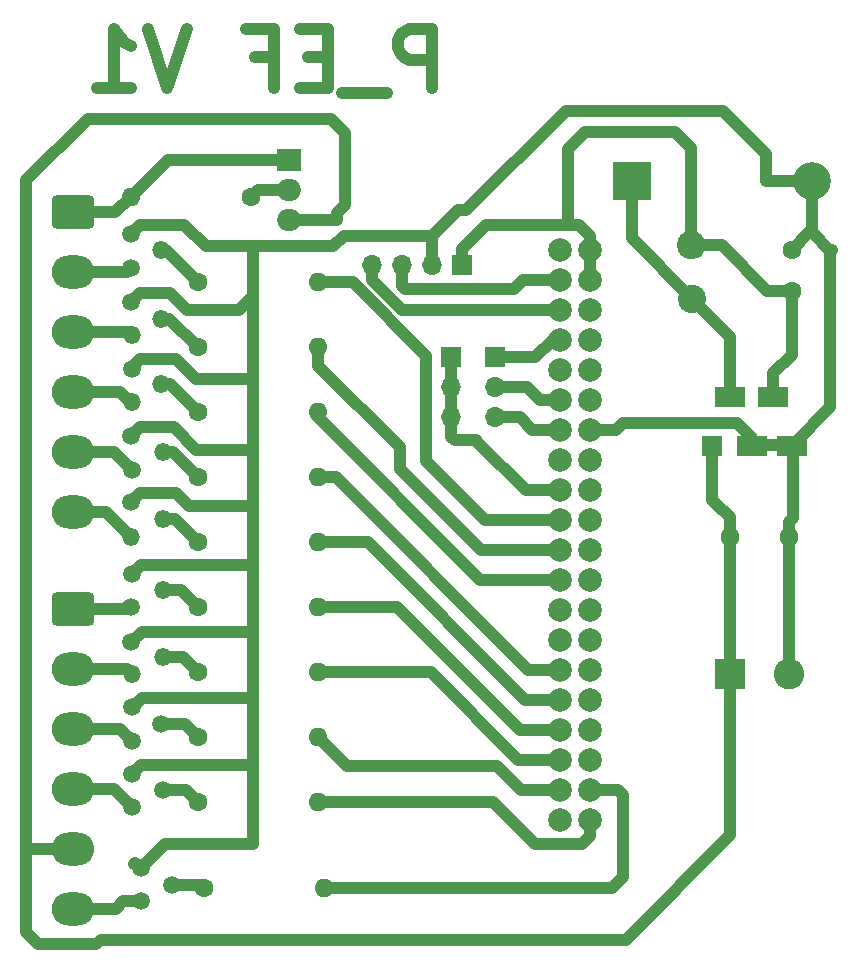
<source format=gbr>
%TF.GenerationSoftware,KiCad,Pcbnew,6.0.5-a6ca702e91~116~ubuntu20.04.1*%
%TF.CreationDate,2022-09-12T10:32:14-03:00*%
%TF.ProjectId,PEF,5045462e-6b69-4636-9164-5f7063625858,rev?*%
%TF.SameCoordinates,Original*%
%TF.FileFunction,Copper,L2,Bot*%
%TF.FilePolarity,Positive*%
%FSLAX46Y46*%
G04 Gerber Fmt 4.6, Leading zero omitted, Abs format (unit mm)*
G04 Created by KiCad (PCBNEW 6.0.5-a6ca702e91~116~ubuntu20.04.1) date 2022-09-12 10:32:14*
%MOMM*%
%LPD*%
G01*
G04 APERTURE LIST*
G04 Aperture macros list*
%AMRoundRect*
0 Rectangle with rounded corners*
0 $1 Rounding radius*
0 $2 $3 $4 $5 $6 $7 $8 $9 X,Y pos of 4 corners*
0 Add a 4 corners polygon primitive as box body*
4,1,4,$2,$3,$4,$5,$6,$7,$8,$9,$2,$3,0*
0 Add four circle primitives for the rounded corners*
1,1,$1+$1,$2,$3*
1,1,$1+$1,$4,$5*
1,1,$1+$1,$6,$7*
1,1,$1+$1,$8,$9*
0 Add four rect primitives between the rounded corners*
20,1,$1+$1,$2,$3,$4,$5,0*
20,1,$1+$1,$4,$5,$6,$7,0*
20,1,$1+$1,$6,$7,$8,$9,0*
20,1,$1+$1,$8,$9,$2,$3,0*%
G04 Aperture macros list end*
%ADD10C,1.000000*%
%TA.AperFunction,NonConductor*%
%ADD11C,1.000000*%
%TD*%
%TA.AperFunction,ComponentPad*%
%ADD12R,1.800000X1.800000*%
%TD*%
%TA.AperFunction,ComponentPad*%
%ADD13R,2.500000X1.800000*%
%TD*%
%TA.AperFunction,ComponentPad*%
%ADD14C,1.600000*%
%TD*%
%TA.AperFunction,ComponentPad*%
%ADD15C,1.500000*%
%TD*%
%TA.AperFunction,ComponentPad*%
%ADD16O,1.500000X1.500000*%
%TD*%
%TA.AperFunction,ComponentPad*%
%ADD17R,1.700000X1.700000*%
%TD*%
%TA.AperFunction,ComponentPad*%
%ADD18O,1.700000X1.700000*%
%TD*%
%TA.AperFunction,ComponentPad*%
%ADD19O,1.600000X1.600000*%
%TD*%
%TA.AperFunction,ComponentPad*%
%ADD20R,3.200000X3.200000*%
%TD*%
%TA.AperFunction,ComponentPad*%
%ADD21O,3.200000X3.200000*%
%TD*%
%TA.AperFunction,ComponentPad*%
%ADD22RoundRect,0.336538X-1.463462X1.063462X-1.463462X-1.063462X1.463462X-1.063462X1.463462X1.063462X0*%
%TD*%
%TA.AperFunction,ComponentPad*%
%ADD23O,3.600000X2.800000*%
%TD*%
%TA.AperFunction,ComponentPad*%
%ADD24C,2.400000*%
%TD*%
%TA.AperFunction,ComponentPad*%
%ADD25C,2.000000*%
%TD*%
%TA.AperFunction,ComponentPad*%
%ADD26R,2.600000X2.600000*%
%TD*%
%TA.AperFunction,ComponentPad*%
%ADD27C,2.600000*%
%TD*%
%TA.AperFunction,ComponentPad*%
%ADD28R,2.000000X1.905000*%
%TD*%
%TA.AperFunction,ComponentPad*%
%ADD29O,2.000000X1.905000*%
%TD*%
%TA.AperFunction,Conductor*%
%ADD30C,1.000000*%
%TD*%
G04 APERTURE END LIST*
D10*
D11*
X54127619Y-19361904D02*
X54127619Y-14361904D01*
X52222857Y-14361904D01*
X51746666Y-14600000D01*
X51508571Y-14838095D01*
X51270476Y-15314285D01*
X51270476Y-16028571D01*
X51508571Y-16504761D01*
X51746666Y-16742857D01*
X52222857Y-16980952D01*
X54127619Y-16980952D01*
X50318095Y-19838095D02*
X46508571Y-19838095D01*
X45318095Y-16742857D02*
X43651428Y-16742857D01*
X42937142Y-19361904D02*
X45318095Y-19361904D01*
X45318095Y-14361904D01*
X42937142Y-14361904D01*
X39127619Y-16742857D02*
X40794285Y-16742857D01*
X40794285Y-19361904D02*
X40794285Y-14361904D01*
X38413333Y-14361904D01*
X33413333Y-14361904D02*
X31746666Y-19361904D01*
X30080000Y-14361904D01*
X25794285Y-19361904D02*
X28651428Y-19361904D01*
X27222857Y-19361904D02*
X27222857Y-14361904D01*
X27699047Y-15076190D01*
X28175238Y-15552380D01*
X28651428Y-15790476D01*
D12*
%TO.P,U2,1,VIN*%
%TO.N,12V*%
X77880000Y-49700000D03*
D13*
%TO.P,U2,2,OUT*%
%TO.N,Net-(D1-Pad1)*%
X79405000Y-45575000D03*
%TO.P,U2,3,GND*%
%TO.N,GND*%
X81280000Y-49700000D03*
%TO.P,U2,4,FB*%
%TO.N,5 V*%
X83030000Y-45575000D03*
%TO.P,U2,5,~{ON}/OFF*%
%TO.N,GND*%
X84630000Y-49700000D03*
%TD*%
D14*
%TO.P,C2,1*%
%TO.N,5 V*%
X84600000Y-36590000D03*
%TO.P,C2,2*%
%TO.N,GND*%
X84600000Y-33090000D03*
%TD*%
D15*
%TO.P,Q3,1,E*%
%TO.N,GND*%
X28640000Y-48840000D03*
D16*
%TO.P,Q3,2,B*%
%TO.N,Net-(Q3-Pad2)*%
X31340000Y-50240000D03*
D15*
%TO.P,Q3,3,C*%
%TO.N,530*%
X28740000Y-51740000D03*
%TD*%
D17*
%TO.P,J3,1,Pin_1*%
%TO.N,3.3 V*%
X55795000Y-42200000D03*
D18*
%TO.P,J3,2,Pin_2*%
X55795000Y-44740000D03*
%TO.P,J3,3,Pin_3*%
X55795000Y-47280000D03*
%TD*%
D14*
%TO.P,R5,1*%
%TO.N,Net-(Q4-Pad2)*%
X34320000Y-74326250D03*
D19*
%TO.P,R5,2*%
%TO.N,37*%
X44480000Y-74326250D03*
%TD*%
D20*
%TO.P,D1,1,K*%
%TO.N,Net-(D1-Pad1)*%
X71040000Y-27270000D03*
D21*
%TO.P,D1,2,A*%
%TO.N,GND*%
X86280000Y-27270000D03*
%TD*%
D14*
%TO.P,R10,1*%
%TO.N,Net-(Q9-Pad2)*%
X34320000Y-63318750D03*
D19*
%TO.P,R10,2*%
%TO.N,33*%
X44480000Y-63318750D03*
%TD*%
D22*
%TO.P,J2,1,Pin_1*%
%TO.N,660*%
X23777500Y-63500000D03*
D23*
%TO.P,J2,2,Pin_2*%
%TO.N,280*%
X23777500Y-68580000D03*
%TO.P,J2,3,Pin_3*%
%TO.N,WA*%
X23777500Y-73660000D03*
%TO.P,J2,4,Pin_4*%
%TO.N,365*%
X23777500Y-78740000D03*
%TO.P,J2,5,Pin_5*%
%TO.N,12V*%
X23777500Y-83820000D03*
%TO.P,J2,6,Pin_6*%
%TO.N,PUMP*%
X23777500Y-88900000D03*
%TD*%
D14*
%TO.P,R2,1*%
%TO.N,Net-(Q1-Pad2)*%
X34320000Y-68822500D03*
D19*
%TO.P,R2,2*%
%TO.N,35*%
X44480000Y-68822500D03*
%TD*%
D24*
%TO.P,L1,1,1*%
%TO.N,Net-(D1-Pad1)*%
X76170000Y-37210000D03*
%TO.P,L1,2,2*%
%TO.N,5 V*%
X76070000Y-32710000D03*
%TD*%
D14*
%TO.P,R3,1*%
%TO.N,Net-(Q2-Pad2)*%
X34320000Y-79830000D03*
D19*
%TO.P,R3,2*%
%TO.N,40*%
X44480000Y-79830000D03*
%TD*%
D15*
%TO.P,Q5,1,E*%
%TO.N,GND*%
X29520000Y-85450000D03*
%TO.P,Q5,2,B*%
%TO.N,Net-(Q5-Pad2)*%
X32120000Y-86850000D03*
%TO.P,Q5,3,C*%
%TO.N,PUMP*%
X29520000Y-88250000D03*
%TD*%
D25*
%TO.P,J7,1,Pin_1*%
%TO.N,3.3 V*%
X65000000Y-33075000D03*
%TO.P,J7,2,Pin_2*%
%TO.N,5 V*%
X67540000Y-33075000D03*
%TO.P,J7,3,Pin_3*%
%TO.N,SDA*%
X65000000Y-35615000D03*
%TO.P,J7,4,Pin_4*%
%TO.N,5 V*%
X67540000Y-35615000D03*
%TO.P,J7,5,Pin_5*%
%TO.N,SCL*%
X65000000Y-38155000D03*
%TO.P,J7,6,Pin_6*%
%TO.N,GND*%
X67540000Y-38155000D03*
%TO.P,J7,7,Pin_7*%
%TO.N,Accept B*%
X65000000Y-40695000D03*
%TO.P,J7,8,Pin_8*%
%TO.N,unconnected-(J7-Pad8)*%
X67540000Y-40695000D03*
%TO.P,J7,9,Pin_9*%
%TO.N,GND*%
X65000000Y-43235000D03*
%TO.P,J7,10,Pin_10*%
%TO.N,unconnected-(J7-Pad10)*%
X67540000Y-43235000D03*
%TO.P,J7,11,Pin_11*%
%TO.N,Change B*%
X65000000Y-45775000D03*
%TO.P,J7,12,Pin_12*%
%TO.N,unconnected-(J7-Pad12)*%
X67540000Y-45775000D03*
%TO.P,J7,13,Pin_13*%
%TO.N,Cancel B*%
X65000000Y-48315000D03*
%TO.P,J7,14,Pin_14*%
%TO.N,GND*%
X67540000Y-48315000D03*
%TO.P,J7,15,Pin_15*%
%TO.N,unconnected-(J7-Pad15)*%
X65000000Y-50855000D03*
%TO.P,J7,16,Pin_16*%
%TO.N,unconnected-(J7-Pad16)*%
X67540000Y-50855000D03*
%TO.P,J7,17,Pin_17*%
%TO.N,3.3 V*%
X65000000Y-53395000D03*
%TO.P,J7,18,Pin_18*%
%TO.N,unconnected-(J7-Pad18)*%
X67540000Y-53395000D03*
%TO.P,J7,19,Pin_19*%
%TO.N,19*%
X65000000Y-55935000D03*
%TO.P,J7,20,Pin_20*%
%TO.N,unconnected-(J7-Pad20)*%
X67540000Y-55935000D03*
%TO.P,J7,21,Pin_21*%
%TO.N,21*%
X65000000Y-58475000D03*
%TO.P,J7,22,Pin_22*%
%TO.N,unconnected-(J7-Pad22)*%
X67540000Y-58475000D03*
%TO.P,J7,23,Pin_23*%
%TO.N,23*%
X65000000Y-61015000D03*
%TO.P,J7,24,Pin_24*%
%TO.N,unconnected-(J7-Pad24)*%
X67540000Y-61015000D03*
%TO.P,J7,25,Pin_25*%
%TO.N,GND*%
X65000000Y-63555000D03*
%TO.P,J7,26,Pin_26*%
%TO.N,unconnected-(J7-Pad26)*%
X67540000Y-63555000D03*
%TO.P,J7,27,Pin_27*%
%TO.N,unconnected-(J7-Pad27)*%
X65000000Y-66095000D03*
%TO.P,J7,28,Pin_28*%
%TO.N,unconnected-(J7-Pad28)*%
X67540000Y-66095000D03*
%TO.P,J7,29,Pin_29*%
%TO.N,29*%
X65000000Y-68635000D03*
%TO.P,J7,30,Pin_30*%
%TO.N,GND*%
X67540000Y-68635000D03*
%TO.P,J7,31,Pin_31*%
%TO.N,31*%
X65000000Y-71175000D03*
%TO.P,J7,32,Pin_32*%
%TO.N,unconnected-(J7-Pad32)*%
X67540000Y-71175000D03*
%TO.P,J7,33,Pin_33*%
%TO.N,33*%
X65000000Y-73715000D03*
%TO.P,J7,34,Pin_34*%
%TO.N,GND*%
X67540000Y-73715000D03*
%TO.P,J7,35,Pin_35*%
%TO.N,35*%
X65000000Y-76255000D03*
%TO.P,J7,36,Pin_36*%
%TO.N,unconnected-(J7-Pad36)*%
X67540000Y-76255000D03*
%TO.P,J7,37,Pin_37*%
%TO.N,37*%
X65000000Y-78795000D03*
%TO.P,J7,38,Pin_38*%
%TO.N,38*%
X67540000Y-78795000D03*
%TO.P,J7,39,Pin_39*%
%TO.N,GND*%
X65000000Y-81335000D03*
%TO.P,J7,40,Pin_40*%
%TO.N,40*%
X67540000Y-81335000D03*
%TD*%
D14*
%TO.P,R9,1*%
%TO.N,Net-(Q8-Pad2)*%
X34320000Y-41303750D03*
D19*
%TO.P,R9,2*%
%TO.N,21*%
X44480000Y-41303750D03*
%TD*%
D14*
%TO.P,R7,1*%
%TO.N,Net-(Q6-Pad2)*%
X34320000Y-35800000D03*
D19*
%TO.P,R7,2*%
%TO.N,19*%
X44480000Y-35800000D03*
%TD*%
D26*
%TO.P,J6,1,Pin_1*%
%TO.N,12V*%
X79340000Y-69030000D03*
D27*
%TO.P,J6,2,Pin_2*%
%TO.N,GND*%
X84340000Y-69030000D03*
%TD*%
D15*
%TO.P,Q4,1,E*%
%TO.N,GND*%
X28740000Y-71830000D03*
%TO.P,Q4,2,B*%
%TO.N,Net-(Q4-Pad2)*%
X31240000Y-73200000D03*
%TO.P,Q4,3,C*%
%TO.N,WA*%
X28740000Y-74630000D03*
%TD*%
%TO.P,Q2,1,E*%
%TO.N,GND*%
X28740000Y-77430000D03*
%TO.P,Q2,2,B*%
%TO.N,Net-(Q2-Pad2)*%
X31340000Y-78800000D03*
%TO.P,Q2,3,C*%
%TO.N,365*%
X28740000Y-80230000D03*
%TD*%
D22*
%TO.P,J1,1,Pin_1*%
%TO.N,ADJ C*%
X23777500Y-29900000D03*
D23*
%TO.P,J1,2,Pin_2*%
%TO.N,395*%
X23777500Y-34980000D03*
%TO.P,J1,3,Pin_3*%
%TO.N,440*%
X23777500Y-40060000D03*
%TO.P,J1,4,Pin_4*%
%TO.N,470*%
X23777500Y-45140000D03*
%TO.P,J1,5,Pin_5*%
%TO.N,530*%
X23777500Y-50220000D03*
%TO.P,J1,6,Pin_6*%
%TO.N,600*%
X23777500Y-55300000D03*
%TD*%
D15*
%TO.P,Q6,1,E*%
%TO.N,GND*%
X28640000Y-31730000D03*
D16*
%TO.P,Q6,2,B*%
%TO.N,Net-(Q6-Pad2)*%
X31240000Y-33130000D03*
D15*
%TO.P,Q6,3,C*%
%TO.N,395*%
X28640000Y-34630000D03*
%TD*%
%TO.P,Q7,1,E*%
%TO.N,GND*%
X28640000Y-54400000D03*
D16*
%TO.P,Q7,2,B*%
%TO.N,Net-(Q7-Pad2)*%
X31340000Y-55900000D03*
%TO.P,Q7,3,C*%
%TO.N,600*%
X28640000Y-57400000D03*
%TD*%
D14*
%TO.P,R1,1*%
%TO.N,Net-(R1-Pad1)*%
X38800000Y-28600000D03*
D19*
%TO.P,R1,2*%
%TO.N,ADJ C*%
X28640000Y-28600000D03*
%TD*%
D17*
%TO.P,J4,1,Pin_1*%
%TO.N,Accept B*%
X59475000Y-42200000D03*
D18*
%TO.P,J4,2,Pin_2*%
%TO.N,Change B*%
X59475000Y-44740000D03*
%TO.P,J4,3,Pin_3*%
%TO.N,Cancel B*%
X59475000Y-47280000D03*
%TD*%
D15*
%TO.P,Q1,1,E*%
%TO.N,GND*%
X28640000Y-66330000D03*
D16*
%TO.P,Q1,2,B*%
%TO.N,Net-(Q1-Pad2)*%
X31340000Y-67530000D03*
%TO.P,Q1,3,C*%
%TO.N,280*%
X28740000Y-69030000D03*
%TD*%
D15*
%TO.P,Q8,1,E*%
%TO.N,GND*%
X28640000Y-37500000D03*
D16*
%TO.P,Q8,2,B*%
%TO.N,Net-(Q8-Pad2)*%
X31240000Y-38900000D03*
%TO.P,Q8,3,C*%
%TO.N,440*%
X28740000Y-40300000D03*
%TD*%
D14*
%TO.P,R6,1*%
%TO.N,Net-(Q5-Pad2)*%
X34840000Y-87130000D03*
D19*
%TO.P,R6,2*%
%TO.N,38*%
X45000000Y-87130000D03*
%TD*%
D14*
%TO.P,R8,1*%
%TO.N,Net-(Q7-Pad2)*%
X34320000Y-57815000D03*
D19*
%TO.P,R8,2*%
%TO.N,31*%
X44480000Y-57815000D03*
%TD*%
D14*
%TO.P,R4,1*%
%TO.N,Net-(Q3-Pad2)*%
X34320000Y-52311250D03*
D19*
%TO.P,R4,2*%
%TO.N,29*%
X44480000Y-52311250D03*
%TD*%
D14*
%TO.P,C1,1*%
%TO.N,12V*%
X79340000Y-57400000D03*
%TO.P,C1,2*%
%TO.N,GND*%
X84340000Y-57400000D03*
%TD*%
D15*
%TO.P,Q9,1,E*%
%TO.N,GND*%
X28740000Y-60560000D03*
D16*
%TO.P,Q9,2,B*%
%TO.N,Net-(Q9-Pad2)*%
X31340000Y-61860000D03*
D15*
%TO.P,Q9,3,C*%
%TO.N,660*%
X28640000Y-63360000D03*
%TD*%
D17*
%TO.P,J5,1,Pin_1*%
%TO.N,5 V*%
X56675000Y-34400000D03*
D18*
%TO.P,J5,2,Pin_2*%
%TO.N,GND*%
X54135000Y-34400000D03*
%TO.P,J5,3,Pin_3*%
%TO.N,SDA*%
X51595000Y-34400000D03*
%TO.P,J5,4,Pin_4*%
%TO.N,SCL*%
X49055000Y-34400000D03*
%TD*%
D14*
%TO.P,R11,1*%
%TO.N,Net-(Q10-Pad2)*%
X34320000Y-46807500D03*
D19*
%TO.P,R11,2*%
%TO.N,23*%
X44480000Y-46807500D03*
%TD*%
D15*
%TO.P,Q10,1,E*%
%TO.N,GND*%
X28740000Y-43170000D03*
D16*
%TO.P,Q10,2,B*%
%TO.N,Net-(Q10-Pad2)*%
X31240000Y-44470000D03*
%TO.P,Q10,3,C*%
%TO.N,470*%
X28740000Y-45970000D03*
%TD*%
D28*
%TO.P,U1,1,ADJ*%
%TO.N,ADJ C*%
X42055000Y-25460000D03*
D29*
%TO.P,U1,2,VO*%
%TO.N,Net-(R1-Pad1)*%
X42055000Y-28000000D03*
%TO.P,U1,3,VI*%
%TO.N,12V*%
X42055000Y-30540000D03*
%TD*%
D30*
%TO.N,12V*%
X19800000Y-83800000D02*
X19800000Y-27200000D01*
X19800000Y-27200000D02*
X25000000Y-22000000D01*
X25000000Y-22000000D02*
X45600000Y-22000000D01*
X45600000Y-22000000D02*
X46800000Y-23200000D01*
X46800000Y-23200000D02*
X46800000Y-29250000D01*
X46800000Y-29250000D02*
X46060000Y-29990000D01*
X46060000Y-29990000D02*
X46060000Y-30540000D01*
X46060000Y-30540000D02*
X42055000Y-30540000D01*
X79340000Y-69030000D02*
X79340000Y-82670000D01*
X70530000Y-91480000D02*
X26080000Y-91480000D01*
X79340000Y-82670000D02*
X70530000Y-91480000D01*
X26080000Y-91480000D02*
X25710000Y-91850000D01*
X25710000Y-91850000D02*
X20770000Y-91850000D01*
X20770000Y-91850000D02*
X19800000Y-90880000D01*
X19800000Y-90880000D02*
X19800000Y-83800000D01*
%TO.N,38*%
X70275000Y-86225000D02*
X70275000Y-79200000D01*
X45000000Y-87130000D02*
X69370000Y-87130000D01*
X69370000Y-87130000D02*
X70275000Y-86225000D01*
%TO.N,GND*%
X39000000Y-83400000D02*
X31570000Y-83400000D01*
X31570000Y-83400000D02*
X29520000Y-85450000D01*
%TO.N,PUMP*%
X29520000Y-88250000D02*
X28020000Y-88250000D01*
X28020000Y-88250000D02*
X27370000Y-88900000D01*
%TO.N,12V*%
X77880000Y-54230000D02*
X78225000Y-54575000D01*
X78225000Y-54575000D02*
X79340000Y-55690000D01*
%TO.N,5 V*%
X84600000Y-36590000D02*
X84600000Y-41960000D01*
X84600000Y-41960000D02*
X83030000Y-43530000D01*
X83030000Y-43530000D02*
X83030000Y-45575000D01*
%TO.N,Net-(D1-Pad1)*%
X79405000Y-45575000D02*
X79405000Y-40445000D01*
X79405000Y-40445000D02*
X76170000Y-37210000D01*
%TO.N,GND*%
X81280000Y-49700000D02*
X81280000Y-49040000D01*
X81280000Y-49040000D02*
X79970000Y-47730000D01*
X79970000Y-47730000D02*
X70340000Y-47730000D01*
X70340000Y-47730000D02*
X69755000Y-48315000D01*
X69755000Y-48315000D02*
X67540000Y-48315000D01*
X54135000Y-31940000D02*
X56375000Y-29700000D01*
X56375000Y-29700000D02*
X57040000Y-29700000D01*
X57040000Y-29700000D02*
X65450000Y-21290000D01*
X65450000Y-21290000D02*
X78770000Y-21290000D01*
X78770000Y-21290000D02*
X82410000Y-24930000D01*
X82410000Y-24930000D02*
X82410000Y-27270000D01*
X82410000Y-27270000D02*
X86280000Y-27270000D01*
%TO.N,5 V*%
X66600000Y-31000000D02*
X65700000Y-31000000D01*
X65700000Y-31000000D02*
X58675000Y-31000000D01*
X76070000Y-32710000D02*
X76070000Y-24480000D01*
X76070000Y-24480000D02*
X74720000Y-23130000D01*
X74720000Y-23130000D02*
X67100000Y-23130000D01*
X67100000Y-23130000D02*
X65700000Y-24530000D01*
X65700000Y-24530000D02*
X65700000Y-31000000D01*
%TO.N,GND*%
X84340000Y-56100000D02*
X84680000Y-55760000D01*
X84680000Y-55760000D02*
X84680000Y-49600000D01*
%TO.N,12V*%
X77880000Y-49600000D02*
X77880000Y-54230000D01*
%TO.N,GND*%
X84340000Y-57400000D02*
X84340000Y-56100000D01*
%TO.N,12V*%
X79340000Y-69030000D02*
X79340000Y-57400000D01*
X79340000Y-55690000D02*
X79340000Y-57400000D01*
%TO.N,GND*%
X81280000Y-49600000D02*
X84680000Y-49600000D01*
X84340000Y-69030000D02*
X84340000Y-57400000D01*
%TO.N,Net-(D1-Pad1)*%
X76170000Y-37210000D02*
X71040000Y-32080000D01*
X71040000Y-32080000D02*
X71040000Y-27270000D01*
%TO.N,5 V*%
X84600000Y-36590000D02*
X82540000Y-36590000D01*
X82540000Y-36590000D02*
X78660000Y-32710000D01*
X78660000Y-32710000D02*
X76070000Y-32710000D01*
%TO.N,GND*%
X86280000Y-31610000D02*
X86080000Y-31610000D01*
X86080000Y-31610000D02*
X84600000Y-33090000D01*
X86280000Y-27270000D02*
X86280000Y-31610000D01*
X86280000Y-31610000D02*
X87880000Y-33210000D01*
X87880000Y-33210000D02*
X88010000Y-33080000D01*
X87880000Y-46400000D02*
X87880000Y-33210000D01*
X84680000Y-49600000D02*
X87880000Y-46400000D01*
%TO.N,5 V*%
X76620000Y-33260000D02*
X76070000Y-32710000D01*
%TO.N,12V*%
X19800000Y-83800000D02*
X19820000Y-83820000D01*
X19820000Y-83820000D02*
X23777500Y-83820000D01*
%TO.N,GND*%
X39000000Y-36000000D02*
X39000000Y-32800000D01*
X29490000Y-59810000D02*
X38990000Y-59810000D01*
X33180000Y-30980000D02*
X29390000Y-30980000D01*
X34149972Y-44000000D02*
X39000000Y-44000000D01*
X28640000Y-37500000D02*
X29390000Y-36750000D01*
X28640000Y-66330000D02*
X29570000Y-65400000D01*
X46660000Y-31940000D02*
X54135000Y-31940000D01*
X39000000Y-76800000D02*
X39000000Y-83400000D01*
X39000000Y-32800000D02*
X35000000Y-32800000D01*
X39000000Y-59800000D02*
X39000000Y-65400000D01*
X54135000Y-31940000D02*
X54135000Y-34400000D01*
X39000000Y-36000000D02*
X39000000Y-50000000D01*
X32469972Y-42320000D02*
X34149972Y-44000000D01*
X38880000Y-76680000D02*
X39000000Y-76800000D01*
X28740000Y-60560000D02*
X29490000Y-59810000D01*
X29570000Y-65400000D02*
X39000000Y-65400000D01*
X31950000Y-36750000D02*
X33400000Y-38200000D01*
X29390000Y-42320000D02*
X32469972Y-42320000D01*
X28640000Y-54400000D02*
X29390000Y-53650000D01*
X38990000Y-59810000D02*
X39000000Y-59800000D01*
X46660000Y-31940000D02*
X45800000Y-32800000D01*
X32290000Y-48090000D02*
X34200000Y-50000000D01*
X45800000Y-32800000D02*
X39000000Y-32800000D01*
X37800000Y-38200000D02*
X39000000Y-37000000D01*
X28740000Y-71830000D02*
X29570000Y-71000000D01*
X29570000Y-71000000D02*
X39000000Y-71000000D01*
X39000000Y-71000000D02*
X39000000Y-76800000D01*
X29390000Y-36750000D02*
X31950000Y-36750000D01*
X33600000Y-54800000D02*
X39000000Y-54800000D01*
X28640000Y-48840000D02*
X29390000Y-48090000D01*
X39000000Y-50000000D02*
X39000000Y-54800000D01*
X39000000Y-65400000D02*
X39000000Y-71000000D01*
X39000000Y-37000000D02*
X39000000Y-36000000D01*
X29390000Y-53650000D02*
X32450000Y-53650000D01*
X29000000Y-85000000D02*
X28900000Y-85100000D01*
X33400000Y-38200000D02*
X37800000Y-38200000D01*
X34200000Y-50000000D02*
X39000000Y-50000000D01*
X28740000Y-77430000D02*
X29490000Y-76680000D01*
X29390000Y-48090000D02*
X32290000Y-48090000D01*
X32450000Y-53650000D02*
X33600000Y-54800000D01*
X39000000Y-54800000D02*
X39000000Y-59800000D01*
X29490000Y-76680000D02*
X38880000Y-76680000D01*
X29390000Y-30980000D02*
X28640000Y-31730000D01*
X35000000Y-32800000D02*
X33180000Y-30980000D01*
X28640000Y-43070000D02*
X29390000Y-42320000D01*
%TO.N,ADJ C*%
X31860000Y-25460000D02*
X42055000Y-25460000D01*
X23777500Y-29900000D02*
X27340000Y-29900000D01*
X28640000Y-28600000D02*
X31780000Y-25460000D01*
X27340000Y-29900000D02*
X28640000Y-28600000D01*
X31780000Y-25460000D02*
X31860000Y-25460000D01*
%TO.N,365*%
X23777500Y-78740000D02*
X27250000Y-78740000D01*
X27250000Y-78740000D02*
X28740000Y-80230000D01*
%TO.N,395*%
X23777500Y-34980000D02*
X28290000Y-34980000D01*
X28290000Y-34980000D02*
X28640000Y-34630000D01*
%TO.N,440*%
X23777500Y-40060000D02*
X28500000Y-40060000D01*
X28500000Y-40060000D02*
X28740000Y-40300000D01*
%TO.N,470*%
X27710000Y-45140000D02*
X28540000Y-45970000D01*
X23777500Y-45140000D02*
X27710000Y-45140000D01*
%TO.N,530*%
X23777500Y-50220000D02*
X27220000Y-50220000D01*
X28740000Y-51740000D02*
X27220000Y-50220000D01*
%TO.N,PUMP*%
X23777500Y-88900000D02*
X27370000Y-88900000D01*
%TO.N,WA*%
X23777500Y-73660000D02*
X27770000Y-73660000D01*
X27770000Y-73660000D02*
X28740000Y-74630000D01*
%TO.N,280*%
X23777500Y-68580000D02*
X28290000Y-68580000D01*
X28290000Y-68580000D02*
X28740000Y-69030000D01*
%TO.N,660*%
X23777500Y-63500000D02*
X28500000Y-63500000D01*
X28500000Y-63500000D02*
X28640000Y-63360000D01*
%TO.N,600*%
X26540000Y-55300000D02*
X28640000Y-57400000D01*
X23777500Y-55300000D02*
X26540000Y-55300000D01*
%TO.N,3.3 V*%
X55795000Y-44740000D02*
X55795000Y-47280000D01*
X55795000Y-42200000D02*
X55795000Y-44740000D01*
X62070000Y-53395000D02*
X58075000Y-49400000D01*
X65000000Y-53395000D02*
X62070000Y-53395000D01*
X55795000Y-48920000D02*
X56075000Y-49200000D01*
X57875000Y-49200000D02*
X56075000Y-49200000D01*
X58075000Y-49400000D02*
X57875000Y-49200000D01*
X55795000Y-47280000D02*
X55795000Y-48920000D01*
%TO.N,Accept B*%
X64380000Y-40695000D02*
X65000000Y-40695000D01*
X62875000Y-42200000D02*
X64380000Y-40695000D01*
X59475000Y-42200000D02*
X62875000Y-42200000D01*
%TO.N,Change B*%
X59475000Y-44740000D02*
X62215000Y-44740000D01*
X62215000Y-44740000D02*
X63250000Y-45775000D01*
X63250000Y-45775000D02*
X65000000Y-45775000D01*
%TO.N,Cancel B*%
X59475000Y-47280000D02*
X61555000Y-47280000D01*
X62590000Y-48315000D02*
X65000000Y-48315000D01*
X61555000Y-47280000D02*
X62590000Y-48315000D01*
%TO.N,5 V*%
X67540000Y-31940000D02*
X66600000Y-31000000D01*
X58675000Y-31000000D02*
X56675000Y-33000000D01*
X56675000Y-33000000D02*
X56675000Y-34400000D01*
X67540000Y-33075000D02*
X67540000Y-31940000D01*
X67540000Y-33075000D02*
X67540000Y-35615000D01*
%TO.N,SDA*%
X61860000Y-35615000D02*
X65000000Y-35615000D01*
X51875000Y-36400000D02*
X61075000Y-36400000D01*
X51595000Y-34400000D02*
X51595000Y-36120000D01*
X61075000Y-36400000D02*
X61860000Y-35615000D01*
X51595000Y-36120000D02*
X51875000Y-36400000D01*
%TO.N,SCL*%
X49055000Y-34400000D02*
X49055000Y-35602081D01*
X51607919Y-38155000D02*
X65000000Y-38155000D01*
X49055000Y-35602081D02*
X51607919Y-38155000D01*
%TO.N,19*%
X53675000Y-42060559D02*
X53675000Y-51000000D01*
X58610000Y-55935000D02*
X65000000Y-55935000D01*
X53675000Y-51000000D02*
X58610000Y-55935000D01*
X47414441Y-35800000D02*
X53675000Y-42060559D01*
X44480000Y-35800000D02*
X47414441Y-35800000D01*
%TO.N,21*%
X44480000Y-41303750D02*
X44480000Y-42880000D01*
X44480000Y-42880000D02*
X51400000Y-49800000D01*
X51400000Y-49800000D02*
X51400000Y-51600000D01*
X58275000Y-58475000D02*
X65000000Y-58475000D01*
X51400000Y-51600000D02*
X58275000Y-58475000D01*
%TO.N,23*%
X58215000Y-61015000D02*
X65000000Y-61015000D01*
X44480000Y-47280000D02*
X58215000Y-61015000D01*
X44480000Y-46807500D02*
X44480000Y-47280000D01*
%TO.N,29*%
X62310000Y-68635000D02*
X65000000Y-68635000D01*
X45986250Y-52311250D02*
X62310000Y-68635000D01*
X44480000Y-52311250D02*
X45986250Y-52311250D01*
%TO.N,31*%
X48690000Y-57815000D02*
X62050000Y-71175000D01*
X62050000Y-71175000D02*
X65000000Y-71175000D01*
X44480000Y-57815000D02*
X48690000Y-57815000D01*
%TO.N,33*%
X51193750Y-63318750D02*
X61590000Y-73715000D01*
X61590000Y-73715000D02*
X65000000Y-73715000D01*
X44480000Y-63318750D02*
X51193750Y-63318750D01*
%TO.N,35*%
X54022500Y-68822500D02*
X61455000Y-76255000D01*
X44480000Y-68822500D02*
X54022500Y-68822500D01*
X61455000Y-76255000D02*
X65000000Y-76255000D01*
%TO.N,37*%
X59675000Y-76800000D02*
X61670000Y-78795000D01*
X44480000Y-74326250D02*
X46953750Y-76800000D01*
X61670000Y-78795000D02*
X65000000Y-78795000D01*
X46953750Y-76800000D02*
X59675000Y-76800000D01*
%TO.N,40*%
X62875000Y-83400000D02*
X66875000Y-83400000D01*
X59305000Y-79830000D02*
X62875000Y-83400000D01*
X66875000Y-83400000D02*
X67540000Y-82735000D01*
X44480000Y-79830000D02*
X59305000Y-79830000D01*
X67540000Y-82735000D02*
X67540000Y-81335000D01*
%TO.N,Net-(Q1-Pad2)*%
X31340000Y-67530000D02*
X33027500Y-67530000D01*
X33027500Y-67530000D02*
X34320000Y-68822500D01*
%TO.N,Net-(Q2-Pad2)*%
X33290000Y-78800000D02*
X34320000Y-79830000D01*
X31340000Y-78800000D02*
X33290000Y-78800000D01*
%TO.N,Net-(Q3-Pad2)*%
X32248750Y-50240000D02*
X34320000Y-52311250D01*
X31340000Y-50240000D02*
X32248750Y-50240000D01*
%TO.N,Net-(Q4-Pad2)*%
X31240000Y-73200000D02*
X33193750Y-73200000D01*
X33193750Y-73200000D02*
X34320000Y-74326250D01*
%TO.N,Net-(Q5-Pad2)*%
X34560000Y-86850000D02*
X34840000Y-87130000D01*
X32120000Y-86850000D02*
X34560000Y-86850000D01*
%TO.N,Net-(Q6-Pad2)*%
X31650000Y-33130000D02*
X34320000Y-35800000D01*
X31240000Y-33130000D02*
X31650000Y-33130000D01*
%TO.N,Net-(Q7-Pad2)*%
X32405000Y-55900000D02*
X34320000Y-57815000D01*
X31340000Y-55900000D02*
X32405000Y-55900000D01*
%TO.N,Net-(Q8-Pad2)*%
X31916250Y-38900000D02*
X34320000Y-41303750D01*
X31240000Y-38900000D02*
X31916250Y-38900000D01*
%TO.N,Net-(Q9-Pad2)*%
X32861250Y-61860000D02*
X34320000Y-63318750D01*
X31340000Y-61860000D02*
X32861250Y-61860000D01*
%TO.N,Net-(Q10-Pad2)*%
X31240000Y-44470000D02*
X31982500Y-44470000D01*
X31982500Y-44470000D02*
X34320000Y-46807500D01*
%TO.N,Net-(R1-Pad1)*%
X42055000Y-28000000D02*
X39400000Y-28000000D01*
X39400000Y-28000000D02*
X38800000Y-28600000D01*
%TO.N,38*%
X69870000Y-78795000D02*
X67540000Y-78795000D01*
X70275000Y-79200000D02*
X69870000Y-78795000D01*
%TD*%
M02*

</source>
